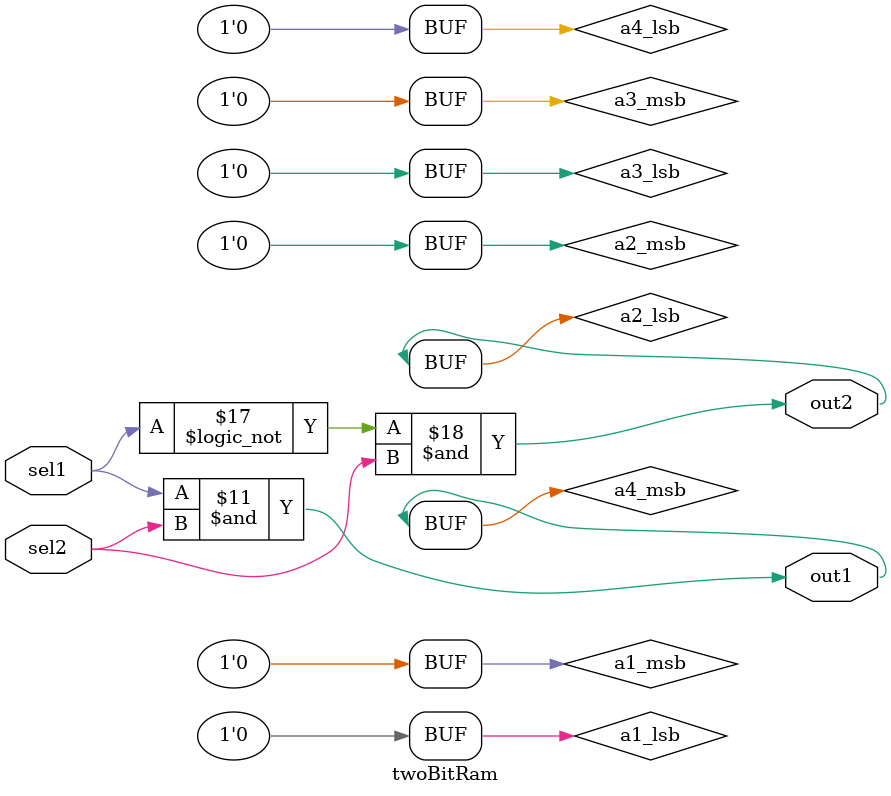
<source format=v>
module twoBitRam(sel1, sel2, out1, out2);

//−−−−−−−−−−−−−Input Ports−−−−−−−−−−−−−−−−−−−−−−−−−−−−−

input sel1;
input sel2;

//−−−−−−−−−−−−−Output Ports−−−−−−−−−−−−−−−−−−−−−−−−−−−−

output out1;
output out2;

//−−−−−−−−−−−−−Input ports Data Type−−−−−−−−−−−−−−−−−−−
// By rule all the input ports should be wires
wire sel1;
wire sel2;

//−−−−−−−−−−−−−Output Ports Data Type−−−−−−−−−−−−−−−−−−
// Output port can be a storage element (reg) or a wire
wire out1;
wire out2;


//−−−−−−----−-−−−−−−Instructions---−−−−−−−−−−−−−−−--−−−
/*
Instructions:
INC: 00
JNO: 01
HLT: 10

in1: INC
in2: JNO
in3: 00
in4: HLT
*/

//set the 4 inputs to the RAM Chip
//reg in1_msb = 1'b0;
//reg in1_lsb = 1'b0;
//reg in2_msb = 1'b0;
//reg in2_lsb = 1'b1;
//reg in3_msb = 1'b0;
//reg in3_lsb = 1'b0;
//reg in4_msb = 1'b1;
//reg in4_lsb = 1'b0;


//First Demux
and and1_msb(a1_msb, !sel1, !sel2, 1'b0);
and and2_msb(a2_msb, !sel1, sel2, 1'b0);
and and3_msb(a3_msb, sel1, !sel2, 1'b0);
and and4_msb(a4_msb, sel1, sel2, 1'b1);

//Second Demux
and and1_lsb(a1_lsb, !sel1, !sel2, 1'b0);
and and2_lsb(a2_lsb, !sel1, sel2, 1'b1);
and and3_lsb(a3_lsb, sel1, !sel2, 1'b0);
and and4_lsb(a4_lsb, sel1, sel2, 1'b0);

//Final Or Gate
or or_msb(out1,a1_msb,a2_msb,a3_msb,a4_msb);
or or_lsb(out2,a1_lsb,a2_lsb,a3_lsb,a4_lsb);


endmodule

</source>
